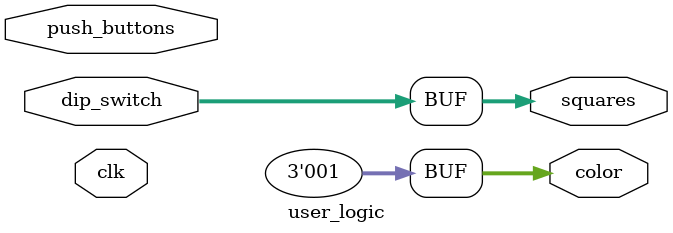
<source format=v>
module user_logic(clk, push_buttons, dip_switch, color, squares);
	input clk;
	input [1:0] push_buttons;
	input [3:0] dip_switch;
	
	output [2:0] color = 1; // 001 ; r-0 g-0 b-1  (BLUE)
	output [3:0] squares;
	
	reg [2:0] color = 1;


	assign squares = dip_switch;
	
        always @(posedge clk)
         begin
           if (push_buttons[0])
			  color <=color +1;
			  else if (push_buttons[1])
			  color <= color - 1;
			  
			  else
			  color <=color;
           
           
         end
endmodule 


</source>
